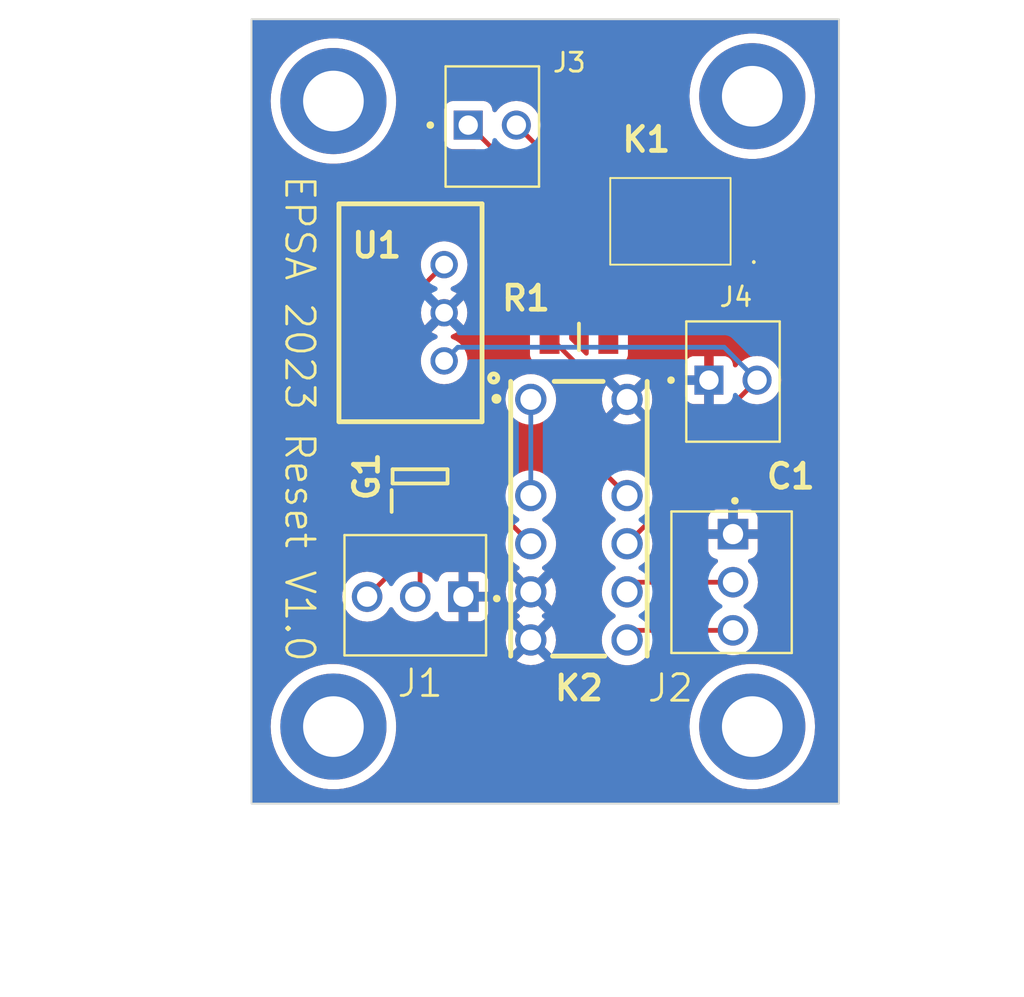
<source format=kicad_pcb>
(kicad_pcb (version 20221018) (generator pcbnew)
  (layers (0 "F.Cu" signal) (31 "B.Cu" signal) (34 "B.Paste" user) (35 "F.Paste" user) (36 "B.SilkS" user "B.Silkscreen") (37 "F.SilkS" user "F.Silkscreen") (38 "B.Mask" user) (39 "F.Mask" user) (44 "Edge.Cuts" user))
  (net 0 "")
  (net 1 "GND")
  (net 2 "+12V")
  (net 3 "/IMD Input")
  (net 4 "/AMS Input")
  (net 5 "Net-(G1-Y)")
  (net 6 "+5V")
  (net 7 "/C Button + LED")
  (net 8 "/NO Button")
  (net 9 "/SCin")
  (net 10 "/SCout")
  (net 11 "Net-(K1-+_CONTROL)")
  (net 12 "Net-(K2-Pad1)")
  (net 13 "Net-(K2-Pad9)")
  (footprint "EPSA_lib:MOLEX_22-11-2032" (layer "F.Cu") (at 183.896 100.076 -90)
    (fp_text reference "J2" (at 8.128 3.302 -180) (layer "F.SilkS") (effects (font (size 1.4 1.4))))
    (fp_text value "3P Droit 22-11-2032")
    (fp_line (start -1.195 -3.1) (end -1.195 3.25) (stroke (width 0.127)) (layer "F.SilkS"))
    (fp_line (start -1.195 3.25) (end 6.275 3.25) (stroke (width 0.127)) (layer "F.SilkS"))
    (fp_line (start 6.275 -3.1) (end -1.195 -3.1) (stroke (width 0.127)) (layer "F.SilkS"))
    (fp_line (start 6.275 3.25) (end 6.275 -3.1) (stroke (width 0.127)) (layer "F.SilkS"))
    (fp_circle (center -1.76 -0.1) (end -1.66 -0.1) (stroke (width 0.2)) (fill none) (layer "F.SilkS"))
    (pad "1" thru_hole rect (at 0 0 270) (size 1.61 1.61) (drill 1.07) (layers "*.Cu" "*.Mask") (net 1 "GND"))
    (pad "2" thru_hole circle (at 2.54 0 270) (size 1.61 1.61) (drill 1.07) (layers "*.Cu" "*.Mask") (net 7 "/C Button + LED"))
    (pad "3" thru_hole circle (at 5.08 0 270) (size 1.61 1.61) (drill 1.07) (layers "*.Cu" "*.Mask") (net 8 "/NO Button"))
  )
  (footprint "EPSA_lib:MOLEX_22-11-2032" (layer "F.Cu") (at 169.672 103.378 180)
    (fp_text reference "J1" (at 2.286 -4.572) (layer "F.SilkS") (effects (font (size 1.4 1.4))))
    (fp_text value "3P Droit 22-11-2032")
    (fp_line (start -1.195 -3.1) (end -1.195 3.25) (stroke (width 0.127)) (layer "F.SilkS"))
    (fp_line (start -1.195 3.25) (end 6.275 3.25) (stroke (width 0.127)) (layer "F.SilkS"))
    (fp_line (start 6.275 -3.1) (end -1.195 -3.1) (stroke (width 0.127)) (layer "F.SilkS"))
    (fp_line (start 6.275 3.25) (end 6.275 -3.1) (stroke (width 0.127)) (layer "F.SilkS"))
    (fp_circle (center -1.76 -0.1) (end -1.66 -0.1) (stroke (width 0.2)) (fill none) (layer "F.SilkS"))
    (pad "1" thru_hole rect (at 0 0 180) (size 1.61 1.61) (drill 1.07) (layers "*.Cu" "*.Mask") (net 1 "GND"))
    (pad "2" thru_hole circle (at 2.54 0 180) (size 1.61 1.61) (drill 1.07) (layers "*.Cu" "*.Mask") (net 4 "/AMS Input"))
    (pad "3" thru_hole circle (at 5.08 0 180) (size 1.61 1.61) (drill 1.07) (layers "*.Cu" "*.Mask") (net 3 "/IMD Input"))
  )
  (footprint "" (layer "F.Cu") (at 162.814 110.236)
    (fp_text reference "" (at 0 0) (layer "F.SilkS") (effects (font (size 1.27 1.27))))
    (fp_text value "" (at 0 0) (layer "F.SilkS") (effects (font (size 1.27 1.27))))
    (pad "1" thru_hole circle (at 0 0) (size 5.6 5.6) (drill 3.2) (layers "*.Cu" "*.Mask"))
  )
  (footprint "EPSA_lib:CAPC2012X130N" (layer "F.Cu") (at 183.896 96.774 180)
    (fp_text reference "C1" (at -3.048 -0.254) (layer "F.SilkS") (effects (font (size 1.27 1.27) (thickness 0.254))))
    (fp_text value "Condensateur 0805Y1000104JXT" hide)
    (pad "1" smd rect (at -0.82 0 180) (size 1.07 1.47) (layers "F.Cu" "F.Paste" "F.Mask") (net 1 "GND"))
    (pad "2" smd rect (at 0.82 0 180) (size 1.07 1.47) (layers "F.Cu" "F.Paste" "F.Mask") (net 2 "+12V"))
  )
  (footprint "EPSA_lib:MOLEX_22-11-2022" (layer "F.Cu") (at 169.926 78.486)
    (fp_text reference "J3" (at 5.334 -3.302 180) (layer "F.SilkS"))
    (fp_text value "2P Droit 2-11-2022")
    (fp_line (start -1.195 -3.1) (end 3.735 -3.1) (stroke (width 0.127)) (layer "F.SilkS"))
    (fp_line (start -1.195 3.25) (end -1.195 -3.1) (stroke (width 0.127)) (layer "F.SilkS"))
    (fp_line (start 3.735 -3.1) (end 3.735 3.25) (stroke (width 0.127)) (layer "F.SilkS"))
    (fp_line (start 3.735 3.25) (end -1.195 3.25) (stroke (width 0.127)) (layer "F.SilkS"))
    (fp_circle (center -2 0) (end -1.9 0) (stroke (width 0.2)) (fill none) (layer "F.SilkS"))
    (pad "1" thru_hole rect (at 0 0) (size 1.53 1.53) (drill 1.02) (layers "*.Cu" "*.Mask") (net 9 "/SCin"))
    (pad "2" thru_hole circle (at 2.54 0) (size 1.53 1.53) (drill 1.02) (layers "*.Cu" "*.Mask") (net 10 "/SCout"))
  )
  (footprint "EPSA_lib:SOT95P280X145-5N" (layer "F.Cu") (at 167.386 97.028 90)
    (fp_text reference "G1" (at 0 -2.821039 90) (layer "F.SilkS") (effects (font (size 1.27 1.27) (thickness 0.254))))
    (fp_text value "Gate OR SN74AHCT1G32DBVR" hide)
    (fp_line (start -1.875 -1.5) (end -0.725 -1.5) (stroke (width 0.2)) (layer "F.SilkS"))
    (fp_line (start -0.375 -1.45) (end 0.375 -1.45) (stroke (width 0.2)) (layer "F.SilkS"))
    (fp_line (start -0.375 1.45) (end -0.375 -1.45) (stroke (width 0.2)) (layer "F.SilkS"))
    (fp_line (start 0.375 -1.45) (end 0.375 1.45) (stroke (width 0.2)) (layer "F.SilkS"))
    (fp_line (start 0.375 1.45) (end -0.375 1.45) (stroke (width 0.2)) (layer "F.SilkS"))
    (pad "1" smd rect (at -1.3 -0.95 180) (size 0.6 1.15) (layers "F.Cu" "F.Paste" "F.Mask") (net 3 "/IMD Input"))
    (pad "2" smd rect (at -1.3 0 180) (size 0.6 1.15) (layers "F.Cu" "F.Paste" "F.Mask") (net 4 "/AMS Input"))
    (pad "3" smd rect (at -1.3 0.95 180) (size 0.6 1.15) (layers "F.Cu" "F.Paste" "F.Mask") (net 1 "GND"))
    (pad "4" smd rect (at 1.3 0.95 180) (size 0.6 1.15) (layers "F.Cu" "F.Paste" "F.Mask") (net 5 "Net-(G1-Y)"))
    (pad "5" smd rect (at 1.3 -0.95 180) (size 0.6 1.15) (layers "F.Cu" "F.Paste" "F.Mask") (net 6 "+5V"))
  )
  (footprint "EPSA_lib:TSR-0.5-2433" (layer "F.Cu") (at 170.656 94.142 90)
    (fp_text reference "U1" (at 9.306 -5.556 180) (layer "F.SilkS") (effects (font (size 1.27 1.27) (thickness 0.254))))
    (fp_text value "Alim LP TSR_0.5-2450" hide)
    (fp_line (start 0 -7.55) (end 0 0) (stroke (width 0.254)) (layer "F.SilkS"))
    (fp_line (start 0 0) (end 11.5 0) (stroke (width 0.254)) (layer "F.SilkS"))
    (fp_line (start 11.5 -7.55) (end 0 -7.55) (stroke (width 0.254)) (layer "F.SilkS"))
    (fp_line (start 11.5 0) (end 11.5 -7.55) (stroke (width 0.254)) (layer "F.SilkS"))
    (fp_circle (center 2.306 0.613) (end 2.306 0.702) (stroke (width 0.254)) (fill none) (layer "F.SilkS"))
    (pad "1" thru_hole circle (at 3.21 -2 90) (size 1.44 1.44) (drill 0.94) (layers "*.Cu" "*.Mask") (net 2 "+12V"))
    (pad "2" thru_hole circle (at 5.75 -2 90) (size 1.44 1.44) (drill 0.94) (layers "*.Cu" "*.Mask") (net 1 "GND"))
    (pad "3" thru_hole circle (at 8.29 -2 90) (size 1.44 1.44) (drill 0.94) (layers "*.Cu" "*.Mask") (net 6 "+5V"))
  )
  (footprint "" (layer "F.Cu") (at 184.912 76.962)
    (fp_text reference "" (at 0 0) (layer "F.SilkS") (effects (font (size 1.27 1.27))))
    (fp_text value "" (at 0 0) (layer "F.SilkS") (effects (font (size 1.27 1.27))))
    (pad "1" thru_hole circle (at 0 0) (size 5.6 5.6) (drill 3.2) (layers "*.Cu" "*.Mask"))
  )
  (footprint "EPSA_lib:V23079" (layer "F.Cu") (at 179.368 92.014 -90)
    (fp_text reference "K2" (at 16.19 3.6 -180) (layer "F.SilkS") (effects (font (size 1.27 1.27) (thickness 0.254))))
    (fp_text value "V23079-B1203-B301" hide)
    (fp_line (start 0 0) (end 14.5 0) (stroke (width 0.254)) (layer "F.SilkS"))
    (fp_line (start 0 2.327) (end 0 4.906) (stroke (width 0.254)) (layer "F.SilkS"))
    (fp_line (start 0 7.2) (end 14.5 7.2) (stroke (width 0.254)) (layer "F.SilkS"))
    (fp_line (start 14.5 2.238) (end 14.5 4.995) (stroke (width 0.254)) (layer "F.SilkS"))
    (fp_circle (center 0.919 7.952) (end 0.919 8.08681) (stroke (width 0.254)) (fill none) (layer "F.SilkS"))
    (pad "1" thru_hole circle (at 0.95 6.14 270) (size 1.65 1.65) (drill 1.1) (layers "*.Cu" "*.Mask") (net 12 "Net-(K2-Pad1)"))
    (pad "2" thru_hole circle (at 6.03 6.14 270) (size 1.65 1.65) (drill 1.1) (layers "*.Cu" "*.Mask") (net 12 "Net-(K2-Pad1)"))
    (pad "3" thru_hole circle (at 8.57 6.14 270) (size 1.65 1.65) (drill 1.1) (layers "*.Cu" "*.Mask") (net 5 "Net-(G1-Y)"))
    (pad "4" thru_hole circle (at 11.11 6.14 270) (size 1.65 1.65) (drill 1.1) (layers "*.Cu" "*.Mask") (net 1 "GND"))
    (pad "5" thru_hole circle (at 13.65 6.14 270) (size 1.65 1.65) (drill 1.1) (layers "*.Cu" "*.Mask") (net 1 "GND"))
    (pad "6" thru_hole circle (at 13.65 1.06 270) (size 1.65 1.65) (drill 1.1) (layers "*.Cu" "*.Mask") (net 8 "/NO Button"))
    (pad "7" thru_hole circle (at 11.11 1.06 270) (size 1.65 1.65) (drill 1.1) (layers "*.Cu" "*.Mask") (net 7 "/C Button + LED"))
    (pad "8" thru_hole circle (at 8.57 1.06 270) (size 1.65 1.65) (drill 1.1) (layers "*.Cu" "*.Mask") (net 2 "+12V"))
    (pad "9" thru_hole circle (at 6.03 1.06 270) (size 1.65 1.65) (drill 1.1) (layers "*.Cu" "*.Mask") (net 13 "Net-(K2-Pad9)"))
    (pad "10" thru_hole circle (at 0.95 1.06 270) (size 1.65 1.65) (drill 1.1) (layers "*.Cu" "*.Mask") (net 1 "GND"))
  )
  (footprint "EPSA_lib:CPC1394GR" (layer "F.Cu") (at 180.594 83.566 90)
    (fp_text reference "K1" (at 4.318 -1.27 180) (layer "F.SilkS") (effects (font (size 1.27 1.27) (thickness 0.254))))
    (fp_text value "SSR CPC1394GR" hide)
    (fp_line (start -2.286 -3.175) (end 2.286 -3.175) (stroke (width 0.1)) (layer "F.SilkS"))
    (fp_line (start -2.286 3.175) (end -2.286 -3.175) (stroke (width 0.1)) (layer "F.SilkS"))
    (fp_line (start -2.2 4.4) (end -2.2 4.4) (stroke (width 0.1)) (layer "F.SilkS"))
    (fp_line (start -2.1 4.4) (end -2.1 4.4) (stroke (width 0.1)) (layer "F.SilkS"))
    (fp_line (start 2.286 -3.175) (end 2.286 3.175) (stroke (width 0.1)) (layer "F.SilkS"))
    (fp_line (start 2.286 3.175) (end -2.286 3.175) (stroke (width 0.1)) (layer "F.SilkS"))
    (fp_arc (start -2.2 4.4) (mid -2.15 4.35) (end -2.1 4.4) (stroke (width 0.1)) (layer "F.SilkS"))
    (fp_arc (start -2.1 4.4) (mid -2.15 4.45) (end -2.2 4.4) (stroke (width 0.1)) (layer "F.SilkS"))
    (pad "1" smd oval (at -1.143 4.4 90) (size 0.95 1.6) (layers "F.Cu" "F.Paste" "F.Mask") (net 11 "Net-(K1-+_CONTROL)"))
    (pad "2" smd oval (at 1.143 4.4 90) (size 0.95 1.6) (layers "F.Cu" "F.Paste" "F.Mask") (net 1 "GND"))
    (pad "3" smd oval (at 1.143 -4.4 90) (size 0.95 1.6) (layers "F.Cu" "F.Paste" "F.Mask") (net 10 "/SCout"))
    (pad "4" smd oval (at -1.143 -4.4 90) (size 0.95 1.6) (layers "F.Cu" "F.Paste" "F.Mask") (net 9 "/SCin"))
  )
  (footprint "" (layer "F.Cu") (at 162.814 77.216)
    (fp_text reference "" (at 0 0) (layer "F.SilkS") (effects (font (size 1.27 1.27))))
    (fp_text value "" (at 0 0) (layer "F.SilkS") (effects (font (size 1.27 1.27))))
    (pad "1" thru_hole circle (at 0 0) (size 5.6 5.6) (drill 3.2) (layers "*.Cu" "*.Mask"))
  )
  (footprint "EPSA_lib:MOLEX_22-11-2022" (layer "F.Cu") (at 182.626 91.948)
    (fp_text reference "J4" (at 1.425 -4.385) (layer "F.SilkS"))
    (fp_text value "2P Droit 2-11-2022")
    (fp_line (start -1.195 -3.1) (end 3.735 -3.1) (stroke (width 0.127)) (layer "F.SilkS"))
    (fp_line (start -1.195 3.25) (end -1.195 -3.1) (stroke (width 0.127)) (layer "F.SilkS"))
    (fp_line (start 3.735 -3.1) (end 3.735 3.25) (stroke (width 0.127)) (layer "F.SilkS"))
    (fp_line (start 3.735 3.25) (end -1.195 3.25) (stroke (width 0.127)) (layer "F.SilkS"))
    (fp_circle (center -2 0) (end -1.9 0) (stroke (width 0.2)) (fill none) (layer "F.SilkS"))
    (pad "1" thru_hole rect (at 0 0) (size 1.53 1.53) (drill 1.02) (layers "*.Cu" "*.Mask") (net 1 "GND"))
    (pad "2" thru_hole circle (at 2.54 0) (size 1.53 1.53) (drill 1.02) (layers "*.Cu" "*.Mask") (net 2 "+12V"))
  )
  (footprint "" (layer "F.Cu") (at 184.912 110.236)
    (fp_text reference "" (at 0 0) (layer "F.SilkS") (effects (font (size 1.27 1.27))))
    (fp_text value "" (at 0 0) (layer "F.SilkS") (effects (font (size 1.27 1.27))))
    (pad "1" thru_hole circle (at 0 0) (size 5.6 5.6) (drill 3.2) (layers "*.Cu" "*.Mask"))
  )
  (footprint "EPSA_lib:RESC3216X70N" (layer "F.Cu") (at 175.768 89.662)
    (fp_text reference "R1" (at -2.794 -2.032) (layer "F.SilkS") (effects (font (size 1.27 1.27) (thickness 0.254))))
    (fp_text value "Résistance RK73H2BLTDD2152F" hide)
    (fp_line (start 0 -0.7) (end 0 0.7) (stroke (width 0.2)) (layer "F.SilkS"))
    (pad "1" smd rect (at -1.55 0) (size 1.05 1.8) (layers "F.Cu" "F.Paste" "F.Mask") (net 13 "Net-(K2-Pad9)"))
    (pad "2" smd rect (at 1.55 0) (size 1.05 1.8) (layers "F.Cu" "F.Paste" "F.Mask") (net 11 "Net-(K1-+_CONTROL)"))
  )
  (gr_rect (start 158.496 72.898) (end 189.484 114.3) (stroke (width 0.1)) (fill none) (layer "Edge.Cuts"))
  (gr_text "EPSA 2023 Reset V1.0" (at 161.036 93.98 -90) (layer "F.SilkS") (effects (font (size 1.5 1.5))))
  (segment (start 185.166 96.324) (end 184.716 96.774) (width 0.25) (layer "F.Cu") (net 1))
  (segment (start 184.716 96.774) (end 184.716 96.974) (width 0.25) (layer "F.Cu") (net 1))
  (segment (start 183.076 94.038) (end 183.076 96.774) (width 0.25) (layer "F.Cu") (net 2))
  (segment (start 182.118 96.774) (end 178.308 100.584) (width 0.25) (layer "F.Cu") (net 2))
  (segment (start 185.166 91.948) (end 183.076 94.038) (width 0.25) (layer "F.Cu") (net 2))
  (segment (start 183.076 96.774) (end 182.118 96.774) (width 0.25) (layer "F.Cu") (net 2))
  (segment (start 183.430001 90.212001) (end 169.375999 90.212001) (width 0.25) (layer "B.Cu") (net 2))
  (segment (start 169.375999 90.212001) (end 168.656 90.932) (width 0.25) (layer "B.Cu") (net 2))
  (segment (start 185.166 91.948) (end 183.430001 90.212001) (width 0.25) (layer "B.Cu") (net 2))
  (segment (start 166.436 98.328) (end 166.436 101.534) (width 0.25) (layer "F.Cu") (net 3))
  (segment (start 166.436 101.534) (end 164.592 103.378) (width 0.25) (layer "F.Cu") (net 3))
  (segment (start 167.386 103.124) (end 167.132 103.378) (width 0.25) (layer "F.Cu") (net 4))
  (segment (start 167.386 98.328) (end 167.386 103.124) (width 0.25) (layer "F.Cu") (net 4))
  (segment (start 168.372 95.728) (end 168.336 95.728) (width 0.25) (layer "F.Cu") (net 5))
  (segment (start 173.228 100.584) (end 168.372 95.728) (width 0.25) (layer "F.Cu") (net 5))
  (segment (start 166.436 95.728) (end 166.436 88.072) (width 0.25) (layer "F.Cu") (net 6))
  (segment (start 166.436 88.072) (end 168.656 85.852) (width 0.25) (layer "F.Cu") (net 6))
  (segment (start 178.816 102.616) (end 178.308 103.124) (width 0.25) (layer "F.Cu") (net 7))
  (segment (start 183.896 102.616) (end 178.816 102.616) (width 0.25) (layer "F.Cu") (net 7))
  (segment (start 178.816 105.156) (end 178.308 105.664) (width 0.25) (layer "F.Cu") (net 8))
  (segment (start 183.896 105.156) (end 178.816 105.156) (width 0.25) (layer "F.Cu") (net 8))
  (segment (start 169.971 78.486) (end 176.194 84.709) (width 0.25) (layer "F.Cu") (net 9))
  (segment (start 169.926 78.486) (end 169.971 78.486) (width 0.25) (layer "F.Cu") (net 9))
  (segment (start 176.194 82.214) (end 176.194 82.423) (width 0.25) (layer "F.Cu") (net 10))
  (segment (start 172.466 78.486) (end 176.194 82.214) (width 0.25) (layer "F.Cu") (net 10))
  (segment (start 176.194 82.423) (end 176.022 82.423) (width 0.25) (layer "F.Cu") (net 10))
  (segment (start 184.994 84.709) (end 182.271 84.709) (width 0.25) (layer "F.Cu") (net 11))
  (segment (start 182.271 84.709) (end 177.318 89.662) (width 0.25) (layer "F.Cu") (net 11))
  (segment (start 173.228 92.964) (end 173.228 98.044) (width 0.25) (layer "B.Cu") (net 12))
  (segment (start 175.768 95.504) (end 178.308 98.044) (width 0.25) (layer "F.Cu") (net 13))
  (segment (start 174.218 89.662) (end 175.768 91.212) (width 0.25) (layer "F.Cu") (net 13))
  (segment (start 175.768 91.212) (end 175.768 95.504) (width 0.25) (layer "F.Cu") (net 13))
  (zone (net 1) (net_name "GND") (layer "F.Cu") (connect_pads (clearance 0.508)) (min_thickness 0.25) (fill yes (thermal_gap 0.5) (thermal_bridge_width 0.5))
    (polygon (pts (xy 157.48 71.882) (xy 157.48 115.316) (xy 190.754 115.316) (xy 190.754 71.882)))
  )
  (zone (net 1) (net_name "GND") (layer "B.Cu") (priority 1) (connect_pads (clearance 0.508)) (min_thickness 0.25) (fill yes (thermal_gap 0.5) (thermal_bridge_width 0.5))
    (polygon (pts (xy 157.48 72.136) (xy 157.48 115.062) (xy 190.5 115.062) (xy 190.5 72.136)))
  )
)
</source>
